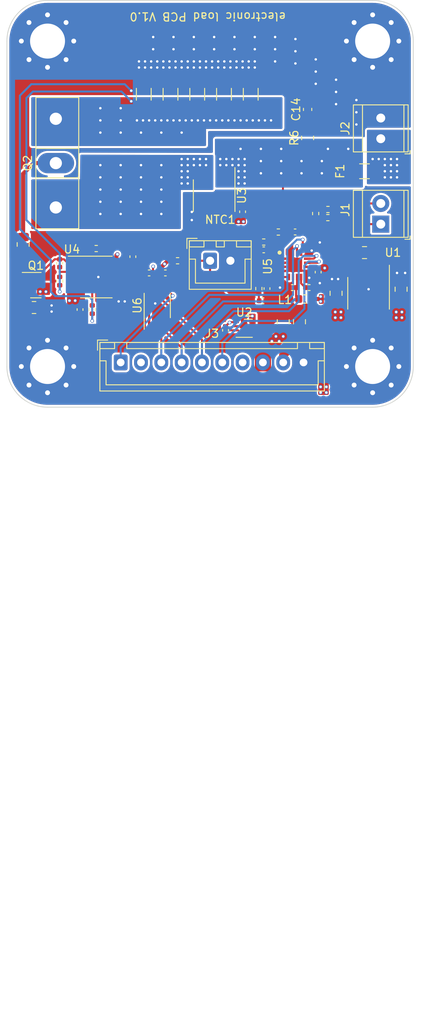
<source format=kicad_pcb>
(kicad_pcb (version 20221018) (generator pcbnew)
  (layers (0 "F.Cu" signal) (1 "In1.Cu" signal) (2 "In2.Cu" signal) (31 "B.Cu" signal) (34 "B.Paste" user) (35 "F.Paste" user) (36 "B.SilkS" user "B.Silkscreen") (37 "F.SilkS" user "F.Silkscreen") (38 "B.Mask" user) (39 "F.Mask" user) (44 "Edge.Cuts" user))
  (net 0 "")
  (net 1 "GND")
  (net 2 "+10V")
  (net 3 "-10V")
  (net 4 "VREF")
  (net 5 "Net-(U1-CAP-)")
  (net 6 "Net-(U1-CAP+)")
  (net 7 "+3V3")
  (net 8 "Net-(U4A--)")
  (net 9 "Net-(Q1-B)")
  (net 10 "Net-(NTC1-Pin_1)")
  (net 11 "NTC")
  (net 12 "INT_V+")
  (net 13 "Net-(J2-Pin_1)")
  (net 14 "ADC1")
  (net 15 "ADC_CS")
  (net 16 "SPI_CLK")
  (net 17 "SPI_COPI")
  (net 18 "SPI_CIPO")
  (net 19 "DAC_CS")
  (net 20 "EXT_V+")
  (net 21 "EXT_V-")
  (net 22 "Net-(Q1-E)")
  (net 23 "Net-(Q2-D)")
  (net 24 "Net-(Q2-G)")
  (net 25 "Net-(Q2-S)")
  (net 26 "Net-(U4A-+)")
  (net 32 "Net-(C14-Pad1)")
  (net 33 "Net-(U6-RFB)")
  (net 34 "Net-(U4B--)")
  (net 35 "Net-(U5-AIN2{slash}GPIO2)")
  (net 36 "Net-(U5-AIN3{slash}GPIO3)")
  (net 37 "Net-(U5-AIN4{slash}GPIO4)")
  (net 38 "Net-(U5-DECAP)")
  (net 39 "Net-(U5-AVDD)")
  (footprint "Capacitor_SMD:C_0402_1005Metric" (layer "F.Cu") (at 164.5 138.5)
    (fp_text reference "C16" hide)
    (fp_text value "100n")
  )
  (footprint "Resistor_SMD:R_0402_1005Metric" (layer "F.Cu") (at 184.5 130.7)
    (fp_text reference "R3" hide)
    (fp_text value "R_Small")
  )
  (footprint "Capacitor_SMD:C_0805_2012Metric" (layer "F.Cu") (at 193.5 140.5 -90)
    (fp_text reference "C2" hide)
    (fp_text value "10u")
  )
  (footprint "Resistor_SMD:R_0402_1005Metric" (layer "F.Cu") (at 178.4 133.47)
    (fp_text reference "R4" hide)
    (fp_text value "R_Small")
  )
  (footprint "Resistor_SMD:R_0402_1005Metric" (layer "F.Cu") (at 151.5 139.5 -90)
    (fp_text reference "R10" hide)
    (fp_text value "1k")
  )
  (footprint "Capacitor_SMD:C_0805_2012Metric" (layer "F.Cu") (at 181 144.5 -90)
    (fp_text reference "C18" hide)
    (fp_text value "22u")
  )
  (footprint "MountingHole:MountingHole_4.3mm_M4_Pad_Via" (layer "F.Cu") (at 150 150)
    (fp_text reference "H3" hide)
    (fp_text value "M4")
  )
  (footprint "Resistor_SMD:R_0402_1005Metric" (layer "F.Cu") (at 176 140.42 90)
    (fp_text reference "R13" hide)
    (fp_text value "R_Small")
  )
  (footprint "Package_SO:SOIC-8_3.9x4.9mm_P1.27mm" (layer "F.Cu") (at 189.5 141 -90)
    (fp_text reference "U1")
    (fp_text value "LMC7660")
  )
  (footprint "Resistor_SMD:R_0805_2012Metric" (layer "F.Cu") (at 148.3375 142.75)
    (fp_text reference "R11" hide)
    (fp_text value "100R")
  )
  (footprint "Resistor_SMD:R_1206_3216Metric" (layer "F.Cu") (at 171.71 116.5375 90)
    (fp_text reference "Rs4" hide)
    (fp_text value "50m")
  )
  (footprint "Capacitor_SMD:C_0402_1005Metric" (layer "F.Cu") (at 183.3 138.4 -90)
    (fp_text reference "C6" hide)
    (fp_text value "1u")
  )
  (footprint "Capacitor_SMD:C_0402_1005Metric" (layer "F.Cu") (at 180.1 140.3 180)
    (fp_text reference "C11" hide)
    (fp_text value "1u")
  )
  (footprint "Capacitor_SMD:C_0805_2012Metric" (layer "F.Cu") (at 185.5 141 -90)
    (fp_text reference "C3" hide)
    (fp_text value "10u")
  )
  (footprint "Resistor_SMD:R_1206_3216Metric" (layer "F.Cu") (at 175 116.5375 90)
    (fp_text reference "Rs5" hide)
    (fp_text value "50m")
  )
  (footprint "Fuse:Fuse_1206_3216Metric" (layer "F.Cu") (at 189 126)
    (fp_text reference "F1")
    (fp_text value "25A")
  )
  (footprint "Connector_JST:JST_XH_B2B-XH-A_1x02_P2.50mm_Vertical" (layer "F.Cu") (at 170 137)
    (fp_text reference "NTC1")
    (fp_text value "Conn_01x02_Socket")
  )
  (footprint "Package_TO_SOT_SMD:SOT-23" (layer "F.Cu") (at 148.5625 140)
    (fp_text reference "Q1")
    (fp_text value "PMBT2222A")
  )
  (footprint "TLA2518:QFN50P300X300X80-17N-D" (layer "F.Cu") (at 180.45 137.5)
    (fp_text reference "U5")
    (fp_text value "TLA2518IRTER" hide)
  )
  (footprint "Inductor_SMD:L_0603_1608Metric" (layer "F.Cu") (at 181.7 141.7 180)
    (fp_text reference "L1")
    (fp_text value "1u")
  )
  (footprint "Connector_JST:JST_XH_B10B-XH-A_1x10_P2.50mm_Vertical" (layer "F.Cu") (at 159 149.5)
    (fp_text reference "J3")
    (fp_text value "~")
  )
  (footprint "TerminalBlock_TE-Connectivity:TerminalBlock_TE_282834-2_1x02_P2.54mm_Horizontal" (layer "F.Cu") (at 191 122 90)
    (fp_text reference "J2")
    (fp_text value "Screw_Terminal_01x02")
  )
  (footprint "Resistor_SMD:R_0402_1005Metric" (layer "F.Cu") (at 184.49 131.7)
    (fp_text reference "R1" hide)
    (fp_text value "R_Small")
  )
  (footprint "Capacitor_SMD:C_0402_1005Metric" (layer "F.Cu") (at 154 143 -90)
    (fp_text reference "C9" hide)
    (fp_text value "100n")
  )
  (footprint "Capacitor_SMD:C_0402_1005Metric" (layer "F.Cu") (at 171.9 145.55 90)
    (fp_text reference "C1" hide)
    (fp_text value "100n")
  )
  (footprint "Resistor_SMD:R_0402_1005Metric" (layer "F.Cu") (at 166 137)
    (fp_text reference "R12" hide)
    (fp_text value "1k")
  )
  (footprint "Capacitor_SMD:C_0402_1005Metric" (layer "F.Cu") (at 176.6 135.66 180)
    (fp_text reference "C7" hide)
    (fp_text value "C_Small")
  )
  (footprint "Package_SO:SOIC-8_3.9x4.9mm_P1.27mm" (layer "F.Cu") (at 170.5 129 -90)
    (fp_text reference "U3")
    (fp_text value "ACS711xLCTR-25AB")
  )
  (footprint "Capacitor_SMD:C_0402_1005Metric" (layer "F.Cu") (at 182.2 140.3)
    (fp_text reference "C10" hide)
    (fp_text value "1u")
  )
  (footprint "Capacitor_SMD:C_0402_1005Metric" (layer "F.Cu") (at 160.5 136.5 -90)
    (fp_text reference "C8" hide)
    (fp_text value "100n")
  )
  (footprint "Resistor_SMD:R_1206_3216Metric" (layer "F.Cu") (at 168.42 116.5375 90)
    (fp_text reference "Rs3" hide)
    (fp_text value "50m")
  )
  (footprint "Resistor_SMD:R_1206_3216Metric" (layer "F.Cu") (at 161.84 116.5375 90)
    (fp_text reference "Rs1" hide)
    (fp_text value "50m")
  )
  (footprint "MountingHole:MountingHole_4.3mm_M4_Pad_Via" (layer "F.Cu") (at 190 110)
    (fp_text reference "H2" hide)
    (fp_text value "M4")
  )
  (footprint "Capacitor_SMD:C_0805_2012Metric" (layer "F.Cu") (at 189 136)
    (fp_text reference "C4" hide)
    (fp_text value "10u")
  )
  (footprint "Package_TO_SOT_THT:TO-247-3_Vertical" (layer "F.Cu") (at 151.02 130.45 90)
    (fp_text reference "Q2")
    (fp_text value "IXTH64N10L2")
  )
  (footprint "Resistor_SMD:R_0805_2012Metric" (layer "F.Cu") (at 147 135 90)
    (fp_text reference "R9" hide)
    (fp_text value "0R")
  )
  (footprint "Package_DFN_QFN:WDFN-8-1EP_2x2mm_P0.5mm_EP0.8x1.2mm" (layer "F.Cu") (at 174.2 145.3)
    (fp_text reference "U2")
    (fp_text value "MCP1501-25xRW")
  )
  (footprint "Package_SO:VSSOP-10_3x3mm_P0.5mm" (layer "F.Cu") (at 163.5 142.5 90)
    (fp_text reference "U6")
    (fp_text value "DAC7811IDGST")
  )
  (footprint "Capacitor_SMD:C_0603_1608Metric" (layer "F.Cu") (at 182 118.4 90)
    (fp_text reference "C14")
    (fp_text value "2.2u")
  )
  (footprint "Capacitor_SMD:C_0402_1005Metric" (layer "F.Cu") (at 177 140.42 -90)
    (fp_text reference "C20" hide)
    (fp_text value "C_Small")
  )
  (footprint "MountingHole:MountingHole_4.3mm_M4_Pad_Via" (layer "F.Cu") (at 150 110)
    (fp_text reference "H1" hide)
    (fp_text value "M4")
  )
  (footprint "Resistor_SMD:R_0402_1005Metric" (layer "F.Cu") (at 155.5 143 90)
    (fp_text reference "R7" hide)
    (fp_text value "1k")
  )
  (footprint "Capacitor_SMD:C_0805_2012Metric" (layer "F.Cu") (at 179 144.5 -90)
    (fp_text reference "C17" hide)
    (fp_text value "22u")
  )
  (footprint "Capacitor_SMD:C_0402_1005Metric" (layer "F.Cu") (at 162.5 138.5 180)
    (fp_text reference "C15" hide)
    (fp_text value "1n")
  )
  (footprint "Resistor_SMD:R_0402_1005Metric" (layer "F.Cu") (at 155.99 135.5 180)
    (fp_text reference "R8" hide)
    (fp_text value "10k")
  )
  (footprint "Resistor_SMD:R_0402_1005Metric" (layer "F.Cu") (at 176.6 134.7)
    (fp_text reference "R5" hide)
    (fp_text value "R_Small")
  )
  (footprint "Capacitor_SMD:C_0402_1005Metric" (layer "F.Cu") (at 174 130.98 90)
    (fp_text reference "C12" hide)
    (fp_text value "100n")
  )
  (footprint "Capacitor_SMD:C_0402_1005Metric" (layer "F.Cu") (at 176.52 141.92)
    (fp_text reference "C19" hide)
    (fp_text value "C_Small")
  )
  (footprint "MountingHole:MountingHole_4.3mm_M4_Pad_Via" (layer "F.Cu") (at 190 150)
    (fp_text reference "H4" hide)
    (fp_text value "M4")
  )
  (footprint "TerminalBlock_TE-Connectivity:TerminalBlock_TE_282834-2_1x02_P2.54mm_Horizontal" (layer "F.Cu") (at 191 132.5 90)
    (fp_text reference "J1")
    (fp_text value "Screw_Terminal_01x02")
  )
  (footprint "Resistor_SMD:R_0402_1005Metric" (layer "F.Cu") (at 182.99 131.2 90)
    (fp_text reference "R2" hide)
    (fp_text value "R_Small")
  )
  (footprint "Resistor_SMD:R_0805_2012Metric" (layer "F.Cu") (at 182 121.9 90)
    (fp_text reference "R6")
    (fp_text value "2R")
  )
  (footprint "Capacitor_SMD:C_0402_1005Metric" (layer "F.Cu") (at 180.46 133.46 180)
    (fp_text reference "C5" hide)
    (fp_text value "C_Small")
  )
  (footprint "Capacitor_SMD:C_0402_1005Metric" (layer "F.Cu") (at 151.5 137.3 90)
    (fp_text reference "C13" hide)
    (fp_text value "100p")
  )
  (footprint "Resistor_SMD:R_1206_3216Metric" (layer "F.Cu") (at 165.13 116.5375 90)
    (fp_text reference "Rs2" hide)
    (fp_text value "50m")
  )
  (footprint "Package_SO:SOIC-8_3.9x4.9mm_P1.27mm" (layer "F.Cu") (at 156 139)
    (fp_text reference "U4")
    (fp_text value "OPA2727")
  )
  (gr_arc (start 150 155) (mid 146.464466 153.535534) (end 145 150) (stroke (width 0.1)) (layer "Edge.Cuts"))
  (gr_line (start 150 105) (end 190 105) (stroke (width 0.1)) (layer "Edge.Cuts"))
  (gr_arc (start 145 110) (mid 146.464466 106.464466) (end 150 105) (stroke (width 0.1)) (layer "Edge.Cuts"))
  (gr_arc (start 190 105) (mid 193.535534 106.464466) (end 195 110) (stroke (width 0.1)) (layer "Edge.Cuts"))
  (gr_line (start 190 155) (end 150 155) (stroke (width 0.1)) (layer "Edge.Cuts"))
  (gr_line (start 195 150) (end 195 110) (stroke (width 0.1)) (layer "Edge.Cuts"))
  (gr_line (start 145 110) (end 145 150) (stroke (width 0.1)) (layer "Edge.Cuts"))
  (gr_arc (start 195 150) (mid 193.535534 153.535534) (end 190 155) (stroke (width 0.1)) (layer "Edge.Cuts"))
  (gr_text "electronic load PCB V1.0" (at 179.4 106.4 180) (layer "F.SilkS") (effects (font (size 1 1)) (justify left bottom)))
  (segment (start 173.2 145.05) (end 173.95 145.05) (width 0.25) (layer "F.Cu") (net 1))
  (segment (start 155.5 144.4) (end 155.5 143.51) (width 0.25) (layer "F.Cu") (net 1))
  (segment (start 173.95 145.05) (end 174.2 145.3) (width 0.25) (layer "F.Cu") (net 1))
  (segment (start 175.2 145.55) (end 174.45 145.55) (width 0.25) (layer "F.Cu") (net 1))
  (segment (start 174.45 145.55) (end 174.2 145.3) (width 0.25) (layer "F.Cu") (net 1))
  (via (at 180.5 111.25) (size 0.45) (drill 0.3) (layers "F.Cu" "B.Cu") (net 1))
  (via (at 185.5 114.75) (size 0.45) (drill 0.3) (layers "F.Cu" "B.Cu") (net 1))
  (via (at 168.75 112.5) (size 0.45) (drill 0.3) (layers "F.Cu" "B.Cu") (net 1))
  (via (at 174 112.5) (size 0.45) (drill 0.3) (layers "F.Cu" "B.Cu") (net 1))
  (via (at 185.5 117.75) (size 0.45) (drill 0.3) (layers "F.Cu" "B.Cu") (net 1))
  (via (at 174.75 112.5) (size 0.45) (drill 0.3) (layers "F.Cu" "B.Cu") (net 1))
  (via (at 188 117.25) (size 0.45) (drill 0.3) (layers "F.Cu" "B.Cu") (net 1))
  (via (at 170.5 111) (size 0.45) (drill 0.3) (layers "F.Cu" "B.Cu") (net 1))
  (via (at 160.3 116.1) (size 0.45) (drill 0.3) (layers "F.Cu" "B.Cu") (net 1))
  (via (at 185.5 116.25) (size 0.45) (drill 0.3) (layers "F.Cu" "B.Cu") (net 1))
  (via (at 155.5 144.4) (size 0.45) (drill 0.3) (layers "F.Cu" "B.Cu") (net 1))
  (via (at 161.25 112.5) (size 0.45) (drill 0.3) (layers "F.Cu" "B.Cu") (net 1))
  (via (at 173.25 113.25) (size 0.45) (drill 0.3) (layers "F.Cu" "B.Cu") (net 1))
  (via (at 178 111) (size 0.45) (drill 0.3) (layers "F.Cu" "B.Cu") (net 1))
  (via (at 167.25 112.5) (size 0.45) (drill 0.3) (layers "F.Cu" "B.Cu") (net 1))
  (via (at 172.5 112.5) (size 0.45) (drill 0.3) (layers "F.Cu" "B.Cu") (net 1))
  (via (at 182.2 139.1) (size 0.45) (drill 0.3) (layers "F.Cu" "B.Cu") (net 1))
  (via (at 193 138.5) (size 0.45) (drill 0.3) (layers "F.Cu" "B.Cu") (net 1))
  (via (at 175.5 112.5) (size 0.45) (drill 0.3) (layers "F.Cu" "B.Cu") (net 1))
  (via (at 183.5 134.75) (size 0.45) (drill 0.3) (layers "F.Cu" "B.Cu") (net 1))
  (via (at 161.25 113.25) (size 0.45) (drill 0.3) (layers "F.Cu" "B.Cu") (net 1))
  (via (at 171.75 112.5) (size 0.45) (drill 0.3) (layers "F.Cu" "B.Cu") (net 1))
  (via (at 178 109.5) (size 0.45) (drill 0.3) (layers "F.Cu" "B.Cu") (net 1))
  (via (at 168 109.5) (size 0.45) (drill 0.3) (layers "F.Cu" "B.Cu") (net 1))
  (via (at 165.5 111) (size 0.45) (drill 0.3) (layers "F.Cu" "B.Cu") (net 1))
  (via (at 185.75 139.25) (size 0.45) (drill 0.3) (layers "F.Cu" "B.Cu") (net 1))
  (via (at 180.5 109.75) (size 0.45) (drill 0.3) (layers "F.Cu" "B.Cu") (net 1))
  (via (at 159.5 142) (size 0.45) (drill 0.3) (layers "F.Cu" "B.Cu") (net 1))
  (via (at 188 118.75) (size 0.45) (drill 0.3) (layers "F.Cu" "B.Cu") (net 1))
  (via (at 182.5 135.75) (size 0.45) (drill 0.3) (layers "F.Cu" "B.Cu") (net 1))
  (via (at 180.5 112.75) (size 0.45) (drill 0.3) (layers "F.Cu" "B.Cu") (net 1))
  (via (at 162 112.5) (size 0.45) (drill 0.3) (layers "F.Cu" "B.Cu") (net 1))
  (via (at 183 112.25) (size 0.45) (drill 0.3) (layers "F.Cu" "B.Cu") (net 1))
  (via (at 165.5 109.5) (size 0.45) (drill 0.3) (layers "F.Cu" "B.Cu") (net 1))
  (via (at 167.75 132) (size 0.45) (drill 0.3) (layers "F.Cu" "B.Cu") (net 1))
  (via (at 166.5 113.25) (size 0.45) (drill 0.3) (layers "F.Cu" "B.Cu") (net 1))
  (via (at 163.5 112.5) (size 0.45) (drill 0.3) (layers "F.Cu" "B.Cu") (net 1))
  (via (at 172.5 113.25) (size 0.45) (drill 0.3) (layers "F.Cu" "B.Cu") (net 1))
  (via (at 189.5 140.5) (size 0.45) (drill 0.3) (layers "F.Cu" "B.Cu") (net 1))
  (via (at 171 112.5) (size 0.45) (drill 0.3) (layers "F.Cu" "B.Cu") (net 1))
  (via (at 173 109.5) (size 0.45) (drill 0.3) (layers "F.Cu" "B.Cu") (net 1))
  (via (at 150.5 143.25) (size 0.45) (drill 0.3) (layers "F.Cu" "B.Cu") (net 1))
  (via (at 168 113.25) (size 0.45) (drill 0.3) (layers "F.Cu" "B.Cu") (net 1))
  (via (at 169.5 112.5) (size 0.45) (drill 0.3) (layers "F.Cu" "B.Cu") (net 1))
  (via (at 175.5 109.5) (size 0.45) (drill 0.3) (layers "F.Cu" "B.Cu") (net 1))
  (via (at 188 120.25) (size 0.45) (drill 0.3) (layers "F.Cu" "B.Cu") (net 1))
  (via (at 168 111) (size 0.45) (drill 0.3) (layers "F.Cu" "B.Cu") (net 1))
  (via (at 167.75 131) (size 0.45) (drill 0.3) (layers "F.Cu" "B.Cu") (net 1))
  (via (at 165 112.5) (size 0.45) (drill 0.3) (layers "F.Cu" "B.Cu") (net 1))
  (via (at 162.75 113.25) (size 0.45) (drill 0.3) (layers "F.Cu" "B.Cu") (net 1))
  (via (at 163 111) (size 0.45) (drill 0.3) (layers "F.Cu" "B.Cu") (net 1))
  (via (at 171.75 113.25) (size 0.45) (drill 0.3) (layers "F.Cu" "B.Cu") (net 1))
  (via (at 150.5 142.5) (size 0.45) (drill 0.3) (layers "F.Cu" "B.Cu") (net 1))
  (via (at 183 115.25) (size 0.45) (drill 0.3) (layers "F.Cu" "B.Cu") (net 1))
  (via (at 162 113.25) (size 0.45) (drill 0.3) (layers "F.Cu" "B.Cu") (net 1))
  (via (at 175.5 113.25) (size 0.45) (drill 0.3) (layers "F.Cu" "B.Cu") (net 1))
  (via (at 173 111) (size 0.45) (drill 0.3) (layers "F.Cu" "B.Cu") (net 1))
  (via (at 185 139.25) (size 0.45) (drill 0.3) (layers "F.Cu" "B.Cu") (net 1))
  (via (at 164.25 112.5) (size 0.45) (drill 0.3) (layers "F.Cu" "B.Cu") (net 1))
  (via (at 170.25 112.5) (size 0.45) (drill 0.3) (layers "F.Cu" "B.Cu") (net 1))
  (via (at 178 112.5) (size 0.45) (drill 0.3) (layers "F.Cu" "B.Cu") (net 1))
  (via (at 162.75 112.5) (size 0.45) (drill 0.3) (layers "F.Cu" "B.Cu") (net 1))
  (via (at 163.5 113.25) (size 0.45) (drill 0.3) (layers "F.Cu" "B.Cu") (net 1))
  (via (at 173.25 112.5) (size 0.45) (drill 0.3) (layers "F.Cu" "B.Cu") (net 1))
  (via (at 170.25 113.25) (size 0.45) (drill 0.3) (layers "F.Cu" "B.Cu") (net 1))
  (via (at 163 109.5) (size 0.45) (drill 0.3) (layers "F.Cu" "B.Cu") (net 1))
  (via (at 166.5 112.5) (size 0.45) (drill 0.3) (layers "F.Cu" "B.Cu") (net 1))
  (via (at 158.75 142) (size 0.45) (drill 0.3) (layers "F.Cu" "B.Cu") (net 1))
  (via (at 165.75 112.5) (size 0.45) (drill 0.3) (layers "F.Cu" "B.Cu") (net 1))
  (via (at 174 113.25) (size 0.45) (drill 0.3) (layers "F.Cu" "B.Cu") (net 1))
  (via (at 194 138.5) (size 0.45) (drill 0.3) (layers "F.Cu" "B.Cu") (net 1))
  (via (at 183 113.75) (size 0.45) (drill 0.3) (layers "F.Cu" "B.Cu") (net 1))
  (via (at 164.25 113.25) (size 0.45) (drill 0.3) (layers "F.Cu" "B.Cu") (net 1))
  (via (at 163.25 142.25) (size 0.45) (drill 0.3) (layers "F.Cu" "B.Cu") (net 1))
  (via (at 170.5 109.5) (size 0.45) (drill 0.3) (layers "F.Cu" "B.Cu") (net 1))
  (via (at 174.75 113.25) (size 0.45) (drill 0.3) (layers "F.Cu" "B.Cu") (net 1))
  (via (at 175.5 111) (size 0.45) (drill 0.3) (layers "F.Cu" "B.Cu") (net 1))
  (via (at 167.25 113.25) (size 0.45) (drill 0.3) (layers "F.Cu" "B.Cu") (net 1))
  (via (at 178.6 140.3) (size 0.45) (drill 0.3) (layers "F.Cu" "B.Cu") (net 1))
  (via (at 168 112.5) (size 0.45) (drill 0.3) (layers "F.Cu" "B.Cu") (net 1))
  (via (at 165.75 113.25) (size 0.45) (drill 0.3) (layers "F.Cu" "B.Cu") (net 1))
  (via (at 183.5 139.75) (size 0.45) (drill 0.3) (layers "F.Cu" "B.Cu") (net 1))
  (via (at 156.25 139) (size 0.45) (drill 0.3) (layers "F.Cu" "B.Cu") (net 1))
  (via (at 168.75 113.25) (size 0.45) (drill 0.3) (layers "F.Cu" "B.Cu") (net 1))
  (via (at 165 113.25) (size 0.45) (drill 0.3) (layers "F.Cu" "B.Cu") (net 1))
  (via (at 169.5 113.25) (size 0.45) (drill 0.3) (layers "F.Cu" "B.Cu") (net 1))
  (via (at 171 113.25) (size 0.45) (drill 0.3) (layers "F.Cu" "B.Cu") (net 1))
  (segment (start 155.5 141.8) (end 155.5 144.4) (width 0.25) (layer "B.Cu") (net 1))
  (segment (start 159.5 115.3) (end 148 115.3) (width 0.25) (layer "B.Cu") (net 1))
  (segment (start 150.4 136.9) (end 150.4 140.8) (width 0.25) (layer "B.Cu") (net 1))
  (segment (start 150.4 140.8) (end 150.95 141.35) (width 0.25) (layer "B.Cu") (net 1))
  (segment (start 148 115.3) (end 146.6 116.7) (width 0.25) (layer "B.Cu") (net 1))
  (segment (start 150.95 141.35) (end 155.05 141.35) (width 0.25) (layer "B.Cu") (net 1))
  (segment (start 155.05 141.35) (end 155.5 141.8) (width 0.25) (layer "B.Cu") (net 1))
  (segment (start 146.6 133.1) (end 150.4 136.9) (width 0.25) (layer "B.Cu") (net 1))
  (segment (start 160.3 116.1) (end 159.5 115.3) (width 0.25) (layer "B.Cu") (net 1))
  (segment (start 146.6 116.7) (end 146.6 133.1) (width 0.25) (layer "B.Cu") (net 1))
  (segment (start 181 146.6) (end 181 145.45) (width 1) (layer "F.Cu") (net 2))
  (segment (start 158.475 136.325) (end 158.6 136.2) (width 0.5) (layer "F.Cu") (net 2))
  (segment (start 179 148.6) (end 181 146.6) (width 1) (layer "F.Cu") (net 2))
  (segment (start 160.385 137.095) (end 160.5 136.98) (width 0.5) (layer "F.Cu") (net 2))
  (segment (start 158.475 137.095) (end 158.475 136.325) (width 0.5) (layer "F.Cu") (net 2))
  (segment (start 179 149.5) (end 179 148.6) (width 1) (layer "F.Cu") (net 2))
  (segment (start 158.475 137.095) (end 160.385 137.095) (width 0.5) (layer "F.Cu") (net 2))
  (via (at 193.6 144) (size 0.45) (drill 0.3) (layers "F.Cu" "B.Cu") (net 2))
  (via (at 192.9 143.3) (size 0.45) (drill 0.3) (layers "F.Cu" "B.Cu") (net 2))
  (via (at 192.9 144) (size 0.45) (drill 0.3) (layers "F.Cu" "B.Cu") (net 2))
  (via (at 149.1 140.8) (size 0.45) (drill 0.3) (layers "F.Cu" "B.Cu") (net 2))
  (via (at 149.8 140.8) (size 0.45) (drill 0.3) (layers "F.Cu" "B.Cu") (net 2))
  (via (at 158.6 136.2) (size 0.45) (drill 0.3) (layers "F.Cu" "B.Cu") (net 2))
  (via (at 193.6 143.3) (size 0.45) (drill 0.3) (layers "F.Cu" "B.Cu") (net 2))
  (segment (start 186.85 141.95) (end 185.5 141.95) (width 0.5) (layer "F.Cu") (net 3))
  (segment (start 187.595 143.475) (end 187.595 142.695) (width 0.5) (layer "F.Cu") (net 3))
  (segment (start 187.595 142.695) (end 186.85 141.95) (width 0.5) (layer "F.Cu") (net 3))
  (via (at 153.4 141.9) (size 0.45) (drill 0.3) (layers "F.Cu" "B.Cu") (net 3))
  (via (at 184.3 152.5) (size 0.45) (drill 0.3) (layers "F.Cu" "B.Cu") (net 3))
  (via (at 185.4 144) (size 0.45) (drill 0.3) (layers "F.Cu" "B.Cu") (net 3))
  (via (at 186.1 143.3) (size 0.45) (drill 0.3) (layers "F.Cu" "B.Cu") (net 3))
  (via (at 183.6 152.5) (size 0.45) (drill 0.3) (layers "F.Cu" "B.Cu") (net 3))
  (via (at 183.6 153.2) (size 0.45) (drill 0.3) (layers "F.Cu" "B.Cu") (net 3))
  (via (at 152.7 141.9) (size 0.45) (drill 0.3) (layers "F.Cu" "B.Cu") (net 3))
  (via (at 186.1 144) (size 0.45) (drill 0.3) (layers "F.Cu" "B.Cu") (net 3))
  (via (at 185.4 143.3) (size 0.45) (drill 0.3) (layers "F.Cu" "B.Cu") (net 3))
  (via (at 184.3 153.2) (size 0.45) (drill 0.3) (layers "F.Cu" "B.Cu") (net 3))
  (segment (start 163 140.3) (end 163 138.52) (width 0.25) (layer "F.Cu") (net 4))
  (segment (start 162.98 137.72) (end 163 137.7) (width 0.25) (layer "F.Cu") (net 4))
  (segment (start 162.98 138.5) (end 162.98 137.72) (width 0.25) (layer "F.Cu") (net 4))
  (segment (start 163 138.52) (end 162.98 138.5) (width 0.25) (layer "F.Cu") (net 4))
  (via (at 163 137.7) (size 0.45) (drill 0.3) (layers "F.Cu" "B.Cu") (net 4))
  (via (at 175.2 143.8) (size 0.45) (drill 0.3) (layers "F.Cu" "B.Cu") (net 4))
  (segment (start 187.595 138.525) (end 187.595 136.455) (width 0.5) (layer "F.Cu") (net 5))
  (segment (start 187.595 136.455) (end 188.05 136) (width 0.5) (layer "F.Cu") (net 5))
  (segment (start 190.135 136.185) (end 189.95 136) (width 0.5) (layer "F.Cu") (net 6))
  (segment (start 190.135 138.525) (end 190.135 136.185) (width 0.5) (layer "F.Cu") (net 6))
  (segment (start 164.02 137.78) (end 164.02 138.5) (width 0.5) (layer "F.Cu") (net 7))
  (segment (start 171.907609 145.07) (end 171.9 145.07) (width 0.25) (layer "F.Cu") (net 7))
  (segment (start 172.42 131.46) (end 172.405 131.475) (width 0.5) (layer "F.Cu") (net 7))
  (segment (start 163.5 139.02) (end 163.5 140.3) (width 0.25) (layer "F.Cu") (net 7))
  (segment (start 172.37 144.6) (end 171.9 145.07) (width 0.25) (layer "F.Cu") (net 7))
  (segment (start 173.2 145.55) (end 172.387609 145.55) (width 0.25) (layer "F.Cu") (net 7))
  (segment (start 172.4 144.6) (end 172.37 144.6) (width 0.25) (layer "F.Cu") (net 7))
  (segment (start 172.42 144.55) (end 172.4 144.57) (width 0.25) (layer "F.Cu") (net 7))
  (segment (start 164.02 138.5) (end 163.5 139.02) (width 0.25) (layer "F.Cu") (net 7))
  (segment (start 181.95 137.75) (end 183.13 137.75) (width 0.25) (layer "F.Cu") (net 7))
  (segment (start 183.13 137.75) (end 183.3 137.92) (width 0.25) (layer "F.Cu") (net 7))
  (segment (start 164.4 137.4) (end 164.02 137.78) (width 0.5) (layer "F.Cu") (net 7))
  (segment (start 173.2 144.55) (end 172.42 144.55) (width 0.25) (layer "F.Cu") (net 7))
  (segment (start 172.4 144.57) (end 172.4 144.6) (width 0.25) (layer "F.Cu") (net 7))
  (segment (start 172.387609 145.55) (end 171.907609 145.07) (width 0.25) (layer "F.Cu") (net 7))
  (segment (start 164.8 137) (end 164.4 137.4) (width 0.5) (layer "F.Cu") (net 7))
  (segment (start 165.49 137) (end 164.8 137) (width 0.5) (layer "F.Cu") (net 7))
  (via (at 172.4 144.6) (size 0.45) (drill 0.3) (layers "F.Cu" "B.Cu") (net 7))
  (via (at 177.6 146.9) (size 0.45) (drill 0.3) (layers "F.Cu" "B.Cu") (net 7))
  (via (at 173.5 132.2) (size 0.45) (drill 0.3) (layers "F.Cu" "B.Cu") (net 7))
  (via (at 174.1 132.2) (size 0.45) (drill 0.3) (layers "F.Cu" "B.Cu") (net 7))
  (via (at 184.1 137.9) (size 0.45) (drill 0.3) (layers "F.Cu" "B.Cu") (net 7))
  (via (at 164.4 137.4) (size 0.45) (drill 0.3) (layers "F.Cu" "B.Cu") (net 7))
  (via (at 179 146.3) (size 0.45) (drill 0.3) (layers "F.Cu" "B.Cu") (net 7))
  (via (at 183.6 141.4) (size 0.45) (drill 0.3) (layers "F.Cu" "B.Cu") (net 7))
  (via (at 178.5 146.9) (size 0.45) (drill 0.3) (layers "F.Cu" "B.Cu") (net 7))
  (via (at 178.1 146.3) (size 0.45) (drill 0.3) (layers "F.Cu" "B.Cu") (net 7))
  (via (at 183.6 142) (size 0.45) (drill 0.3) (layers "F.Cu" "B.Cu") (net 7))
  (segment (start 151.5 138.99) (end 151.5 138.3) (width 0.25) (layer "F.Cu") (net 8))
  (segment (start 155.48 137.72) (end 154.835 138.365) (width 0.25) (layer "F.Cu") (net 8))
  (segment (start 151.565 138.365) (end 151.5 138.3) (width 0.25) (layer "F.Cu") (net 8))
  (segment (start 151.5 138.3) (end 151.5 137.78) (width 0.25) (layer "F.Cu") (net 8))
  (segment (start 155.48 135.5) (end 155.48 137.72) (width 0.25) (layer "F.Cu") (net 8))
  (segment (start 154.835 138.365) (end 153.525 138.365) (width 0.25) (layer "F.Cu") (net 8))
  (segment (start 153.525 138.365) (end 151.565 138.365) (width 0.25) (layer "F.Cu") (net 8))
  (segment (start 147.625 139.05) (end 148.65 139.05) (width 0.25) (layer "F.Cu") (net 9))
  (segment (start 151.5 136.82) (end 152.02 136.82) (width 0.25) (layer "F.Cu") (net 9))
  (segment (start 152.295 137.095) (end 153.525 137.095) (width 0.25) (layer "F.Cu") (net 9))
  (segment (start 148.65 139.05) (end 150.88 136.82) (width 0.25) (layer "F.Cu") (net 9))
  (segment (start 152.02 136.82) (end 152.295 137.095) (width 0.25) (layer "F.Cu") (net 9))
  (segment (start 150.88 136.82) (end 151.5 136.82) (width 0.25) (layer "F.Cu") (net 9))
  (segment (start 172.33 140.93) (end 176 140.93) (width 0.25) (layer "F.Cu") (net 10))
  (segment (start 170 138.6) (end 172.33 140.93) (width 0.25) (layer "F.Cu") (net 10))
  (segment (start 176 140.95) (end 176.04 140.99) (width 0.25) (layer "F.Cu") (net 10))
  (segment (start 176 140.93) (end 176 141.88) (width 0.25) (layer "F.Cu") (net 10))
  (segment (start 166.51 137) (end 170 137) (width 0.25) (layer "F.Cu") (net 10))
  (segment (start 170 137) (end 170 138.6) (width 0.25) (layer "F.Cu") (net 10))
  (segment (start 177.79 139.91) (end 178.7 139) (width 0.25) (layer "F.Cu") (net 11))
  (segment (start 176 139.91) (end 177.79 139.91) (width 0.25) (layer "F.Cu") (net 11))
  (segment (start 179.7 139) (end 178.7 139) (width 0.25) (layer "F.Cu") (net 11))
  (segment (start 178.96 133.45) (end 178.96 127.64) (width 0.25) (layer "F.Cu") (net 12))
  (via (at 176.25 126.25) (size 0.45) (drill 0.3) (layers "F.Cu" "B.Cu") (net 12))
  (via (at 174.25 124.5) (size 0.45) (drill 0.3) (layers "F.Cu" "B.Cu") (net 12))
  (via (at 172.75 125.25) (size 0.45) (drill 0.3) (layers "F.Cu" "B.Cu") (net 12))
  (via (at 176.25 123.25) (size 0.45) (drill 0.3) (layers "F.Cu" "B.Cu") (net 12))
  (via (at 171.25 125.25) (size 0.45) (drill 0.3) (layers "F.Cu" "B.Cu") (net 12))
  (via (at 172 125.25) (size 0.45) (drill 0.3) (layers "F.Cu" "B.Cu") (net 12))
  (via (at 184.5 123.25) (size 0.45) (drill 0.3) (layers "F.Cu" "B.Cu") (net 12))
  (via (at 174.25 127.5) (size 0.45) (drill 0.3) (layers "F.Cu" "B.Cu") (net 12))
  (via (at 173.5 125.25) (size 0.45) (drill 0.3) (layers "F.Cu" "B.Cu") (net 12))
  (via (at 172.75 124.5) (size 0.45) (drill 0.3) (layers "F.Cu" "B.Cu") (net 12))
  (via (at 173.5 124.5) (size 0.45) (drill 0.3) (layers "F.Cu" "B.Cu") (net 12))
  (via (at 174.25 126) (size 0.45) (drill 0.3) (layers "F.Cu" "B.Cu") (net 12))
  (via (at 171.25 124.5) (size 0.45) (drill 0.3) (layers "F.Cu" "B.Cu") (net 12))
  (via (at 183.75 126.25) (size 0.45) (drill 0.3) (layers "F.Cu" "B.Cu") (net 12))
  (via (at 173.75 123.25) (size 0.45) (drill 0.3) (layers "F.Cu" "B.Cu") (net 12))
  (via (at 181.25 126.25) (size 0.45) (drill 0.3) (layers "F.Cu" "B.Cu") (net 12))
  (via (at 187 123.25) (size 0.45) (drill 0.3) (layers "F.Cu" "B.Cu") (net 12))
  (via (at 172 124.5) (size 0.45) (drill 0.3) (layers "F.Cu" "B.Cu") (net 12))
  (via (at 174.25 126.75) (size 0.45) (drill 0.3) (layers "F.Cu" "B.Cu") (net 12))
  (via (at 176.25 124.75) (size 0.45) (drill 0.3) (layers "F.Cu" "B.Cu") (net 12))
  (via (at 174.25 125.25) (size 0.45) (drill 0.3) (layers "F.Cu" "B.Cu") (net 12))
  (via (at 183.75 124.75) (size 0.45) (drill 0.3) (layers "F.Cu" "B.Cu") (net 12))
  (via (at 173.5 127.5) (size 0.45) (drill 0.3) (layers "F.Cu" "B.Cu") (net 12))
  (via (at 178.75 124.75) (size 0.45) (drill 0.3) (layers "F.Cu" "B.Cu") (net 12))
  (via (at 178.75 123.25) (size 0.45) (drill 0.3) (layers "F.Cu" "B.Cu") (net 12))
  (via (at 178.75 126.25) (size 0.45) (drill 0.3) (layers "F.Cu" "B.Cu") (net 12))
  (via (at 173.5 126.75) (size 0.45) (drill 0.3) (layers "F.Cu" "B.Cu") (net 12))
  (via (at 173.5 126) (size 0.45) (drill 0.3) (layers "F.Cu" "B.Cu") (net 12))
  (via (at 181.25 124.75) (size 0.45) (drill 0.3) (layers "F.Cu" "B.Cu") (net 12))
  (via (at 191.5 125.25) (size 0.45) (drill 0.3) (layers "F.Cu" "B.Cu") (net 13))
  (via (at 191.5 124.5) (size 0.45) (drill 0.3) (layers "F.Cu" "B.Cu") (net 13))
  (via (at 193 126.75) (size 0.45) (drill 0.3) (layers "F.Cu" "B.Cu") (net 13))
  (via (at 192.25 125.25) (size 0.45) (drill 0.3) (layers "F.Cu" "B.Cu") (net 13))
  (via (at 193 124.5) (size 0.45) (drill 0.3) (layers "F.Cu" "B.Cu") (net 13))
  (via (at 191.5 126) (size 0.45) (drill 0.3) (layers "F.Cu" "B.Cu") (net 13))
  (via (at 190 124.5) (size 0.45) (drill 0.3) (layers "F.Cu" "B.Cu") (net 13))
  (via (at 193 126) (size 0.45) (drill 0.3) (layers "F.Cu" "B.Cu") (net 13))
  (via (at 190.75 124.5) (size 0.45) (drill 0.3) (layers "F.Cu" "B.Cu") (net 13))
  (via (at 192.25 126.75) (size 0.45) (drill 0.3) (layers "F.Cu" "B.Cu") (net 13))
  (via (at 193 125.25) (size 0.45) (drill 0.3) (layers "F.Cu" "B.Cu") (net 13))
  (via (at 192.25 126) (size 0.45) (drill 0.3) (layers "F.Cu" "B.Cu") (net 13))
  (via (at 192.25 124.5) (size 0.45) (drill 0.3) (layers "F.Cu" "B.Cu") (net 13))
  (via (at 191.5 126.75) (size 0.45) (drill 0.3) (layers "F.Cu" "B.Cu") (net 13))
  (segment (start 176.85 138.25) (end 175.7 137.1) (width 0.25) (layer "F.Cu") (net 14))
  (segment (start 178.95 138.25) (end 176.85 138.25) (width 0.25) (layer "F.Cu") (net 14))
  (segment (start 171.135 132.535) (end 171.135 131.475) (width 0.2) (layer "F.Cu") (net 14))
  (segment (start 175.7 137.1) (end 171.135 132.535) (width 0.2) (layer "F.Cu") (net 14))
  (segment (start 181.95 137.25) (end 183.25 137.25) (width 0.25) (layer "F.Cu") (net 15))
  (segment (start 183.25 137.25) (end 183.4 137.1) (width 0.25) (layer "F.Cu") (net 15))
  (via (at 183.4 137.1) (size 0.45) (drill 0.3) (layers "F.Cu" "B.Cu") (net 15))
  (segment (start 182.1 137.1) (end 183.4 137.1) (width 0.25) (layer "B.Cu") (net 15))
  (segment (start 181.6 137.6) (end 182.1 137.1) (width 0.25) (layer "B.Cu") (net 15))
  (segment (start 181.6 142.9) (end 181.6 137.6) (width 0.25) (layer "B.Cu") (net 15))
  (segment (start 171.5 147.1) (end 174.2 144.4) (width 0.25) (layer "B.Cu") (net 15))
  (segment (start 174.2 144.4) (end 180.1 144.4) (width 0.25) (layer "B.Cu") (net 15))
  (segment (start 180.1 144.4) (end 181.6 142.9) (width 0.25) (layer "B.Cu") (net 15))
  (segment (start 171.5 149.5) (end 171.5 147.1) (width 0.25) (layer "B.Cu") (net 15))
  (segment (start 181.2 136) (end 181.4 135.8) (width 0.25) (layer "F.Cu") (net 16))
  (segment (start 164 149.5) (end 164 144.7) (width 0.25) (layer "F.Cu") (net 16))
  (segment (start 181.4 135.8) (end 181.4 134.4) (width 0.25) (layer "F.Cu") (net 16))
  (via (at 181.4 134.4) (size 0.45) (drill 0.3) (layers "F.Cu" "B.Cu") (net 16))
  (segment (start 169.9 141.2) (end 178.877818 141.2) (width 0.25) (layer "B.Cu") (net 16))
  (segment (start 179.5 140.577818) (end 179.5 135.6) (width 0.25) (layer "B.Cu") (net 16))
  (segment (start 179.5 135.6) (end 180.7 134.4) (width 0.25) (layer "B.Cu") (net 16))
  (segment (start 180.7 134.4) (end 181.4 134.4) (width 0.25) (layer "B.Cu") (net 16))
  (segment (start 178.877818 141.2) (end 179.5 140.577818) (width 0.25) (layer "B.Cu") (net 16))
  (segment (start 164 147.1) (end 169.9 141.2) (width 0.25) (layer "B.Cu") (net 16))
  (segment (start 164 149.5) (end 164 147.1) (width 0.25) (layer "B.Cu") (net 16))
  (segment (start 164.5 144.7) (end 164.5 145.7) (width 0.25) (layer "F.Cu") (net 17))
  (segment (start 166.5 147.7) (end 166.5 149.5) (width 0.25) (layer "F.Cu") (net 17))
  (segment (start 164.5 145.7) (end 166.5 147.7) (width 0.25) (layer "F.Cu") (net 17))
  (segment (start 180.7 136) (end 180.7 135.2) (width 0.25) (layer "F.Cu") (net 17))
  (via (at 180.7 135.2) (size 0.45) (drill 0.3) (layers "F.Cu" "B.Cu") (net 17))
  (segment (start 180.2 141.2) (end 180.2 135.7) (width 0.25) (layer "B.Cu") (net 17))
  (segment (start 179.4 142) (end 180.2 141.2) (width 0.25) (layer "B.Cu") (net 17))
  (segment (start 180.2 135.7) (end 180.7 135.2) (width 0.25) (layer "B.Cu") (net 17))
  (segment (start 166.5 147.1) (end 171.6 142) (width 0.25) (layer "B.Cu") (net 17))
  (segment (start 166.5 149.5) (end 166.5 147.1) (width 0.25) (layer "B.Cu") (net 17))
  (segment (start 171.6 142) (end 179.4 142) (width 0.25) (layer "B.Cu") (net 17))
  (segment (start 169 146.7) (end 164 141.7) (width 0.25) (layer "F.Cu") (net 18))
  (segment (start 169 149.5) (end 169 146.7) (width 0.25) (layer "F.Cu") (net 18))
  (segment (start 164 141.7) (end 164 140.3) (width 0.25) (layer "F.Cu") (net 18))
  (segment (start 181.95 136.75) (end 182.75 136.75) (width 0.25) (layer "F.Cu") (net 18))
  (segment (start 182.75 136.75) (end 183.1 136.4) (width 0.25) (layer "F.Cu") (net 18))
  (via (at 183.1 136.4) (size 0.45) (drill 0.3) (layers "F.Cu" "B.Cu") (net 18))
  (segment (start 172.9 143.2) (end 179.7 143.2) (width 0.25) (layer "B.Cu") (net 18))
  (segment (start 180.9 142) (end 180.9 137) (width 0.25) (layer "B.Cu") (net 18))
  (segment (start 180.9 137) (end 181.5 136.4) (width 0.25) (layer "B.Cu") (net 18))
  (segment (start 179.7 143.2) (end 180.9 142) (width 0.25) (layer "B.Cu") (net 18))
  (segment (start 169 149.5) (end 169 147.1) (width 0.25) (layer "B.Cu") (net 18))
  (segment (start 169 147.1) (end 172.9 143.2) (width 0.25) (layer "B.Cu") (net 18))
  (segment (start 181.5 136.4) (end 183.1 136.4) (width 0.25) (layer "B.Cu") (net 18))
  (segment (start 164.5 140.4) (end 165.4 141.3) (width 0.25) (layer "F.Cu") (net 19))
  (segment (start 164.5 140.3) (end 164.5 140.4) (width 0.25) (layer "F.Cu") (net 19))
  (via (at 165.4 141.3) (size 0.45) (drill 0.3) (layers "F.Cu" "B.Cu") (net 19))
  (segment (start 165.4 141.3) (end 159 147.7) (width 0.25) (layer "B.Cu") (net 19))
  (segment (start 159 147.7) (end 159 149.5) (width 0.25) (layer "B.Cu") (net 19))
  (segment (start 185 131.7) (end 188.5 131.7) (width 0.25) (layer "F.Cu") (net 20))
  (segment (start 188.5 131.7) (end 189.3 132.5) (width 0.25) (layer "F.Cu") (net 20))
  (segment (start 189.3 132.5) (end 191 132.5) (width 0.25) (layer "F.Cu") (net 20))
  (segment (start 189.24 129.96) (end 188.5 130.7) (width 0.25) (layer "F.Cu") (net 21))
  (segment (start 188.5 130.7) (end 185.01 130.7) (width 0.25) (layer "F.Cu") (net 21))
  (segment (start 191 129.96) (end 189.24 129.96) (width 0.25) (layer "F.Cu") (net 21))
  (segment (start 145.9 140.8) (end 145.9 137.0125) (width 0.5) (layer "F.Cu") (net 22))
  (segment (start 145.9 137.0125) (end 147 135.9125) (width 0.5) (layer "F.Cu") (net 22))
  (segment (start 146.7875 142.5875) (end 145.9 141.7) (width 0.5) (layer "F.Cu") (net 22))
  (segment (start 147.5 142.5875) (end 146.7875 142.5875) (width 0.5) (layer "F.Cu") (net 22))
  (segment (start 147.625 140.95) (end 146.05 140.95) (width 0.5) (layer "F.Cu") (net 22))
  (segment (start 146.05 140.95) (end 145.9 140.8) (width 0.5) (layer "F.Cu") (net 22))
  (segment (start 145.9 141.7) (end 145.9 140.8) (width 0.5) (layer "F.Cu") (net 22))
  (via (at 161.5 125.25) (size 0.45) (drill 0.3) (layers "F.Cu" "B.Cu") (net 23))
  (via (at 159 131.25) (size 0.45) (drill 0.3) (layers "F.Cu" "B.Cu") (net 23))
  (via (at 169.5 124.5) (size 0.45) (drill 0.3) (layers "F.Cu" "B.Cu") (net 23))
  (via (at 168.75 125.25) (size 0.45) (drill 0.3) (layers "F.Cu" "B.Cu") (net 23))
  (via (at 156.5 129.75) (size 0.45) (drill 0.3) (layers "F.Cu" "B.Cu") (net 23))
  (via (at 161.5 131.25) (size 0.45) (drill 0.3) (layers "F.Cu" "B.Cu") (net 23))
  (via (at 164 128.25) (size 0.45) (drill 0.3) (layers "F.Cu" "B.Cu") (net 23))
  (via (at 166.5 127.5) (size 0.45) (drill 0.3) (layers "F.Cu" "B.Cu") (net 23))
  (via (at 167.25 125.25) (size 0.45) (drill 0.3) (layers "F.Cu" "B.Cu") (net 23))
  (via (at 167.25 127.5) (size 0.45) (drill 0.3) (layers "F.Cu" "B.Cu") (net 23))
  (via (at 167.25 126) (size 0.45) (drill 0.3) (layers "F.Cu" "B.Cu") (net 23))
  (via (at 166.5 125.25) (size 0.45) (drill 0.3) (layers "F.Cu" "B.Cu") (net 23))
  (via (at 159 125.25) (size 0.45) (drill 0.3) (layers "F.Cu" "B.Cu") (net 23))
  (via (at 164 129.75) (size 0.45) (drill 0.3) (layers "F.Cu" "B.Cu") (net 23))
  (via (at 164 125.25) (size 0.45) (drill 0.3) (layers "F.Cu" "B.Cu") (net 23))
  (via (at 166.5 126.75) (size 0.45) (drill 0.3) (layers "F.Cu" "B.Cu") (net 23))
  (via (at 156.5 126.75) (size 0.45) (drill 0.3) (layers "F.Cu" "B.Cu") (net 23))
  (via (at 156.5 125.25) (size 0.45) (drill 0.3) (layers "F.Cu" "B.Cu") (net 23))
  (via (at 166.5 126) (size 0.45) (drill 0.3) (layers "F.Cu" "B.Cu") (net 23))
  (via (at 167.25 126.75) (size 0.45) (drill 0.3) (layers "F.Cu" "B.Cu") (net 23))
  (via (at 161.5 128.25) (size 0.45) (drill 0.3) (layers "F.Cu" "B.Cu") (net 23))
  (via (at 168 125.25) (size 0.45) (drill 0.3) (layers "F.Cu" "B.Cu") (net 23))
  (via (at 161.5 126.75) (size 0.45) (drill 0.3) (layers "F.Cu" "B.Cu") (net 23))
  (via (at 166.5 124.5) (size 0.45) (drill 0.3) (layers "F.Cu" "B.Cu") (net 23))
  (via (at 156.5 128.25) (size 0.45) (drill 0.3) (layers "F.Cu" "B.Cu") (net 23))
  (via (at 161.5 129.75) (size 0.45) (drill 0.3) (layers "F.Cu" "B.Cu") (net 23))
  (via (at 164 131.25) (size 0.45) (drill 0.3) (layers "F.Cu" "B.Cu") (net 23))
  (via (at 164 126.75) (size 0.45) (drill 0.3) (layers "F.Cu" "B.Cu") (net 23))
  (via (at 159 128.25) (size 0.45) (drill 0.3) (layers "F.Cu" "B.Cu") (net 23))
  (via (at 156.5 131.25) (size 0.45) (drill 0.3) (layers "F.Cu" "B.Cu") (net 23))
  (via (at 159 129.75) (size 0.45) (drill 0.3) (layers "F.Cu" "B.Cu") (net 23))
  (via (at 159 126.75) (size 0.45) (drill 0.3) (layers "F.Cu" "B.Cu") (net 23))
  (via (at 168.75 124.5) (size 0.45) (drill 0.3) (layers "F.Cu" "B.Cu") (net 23))
  (via (at 167.25 124.5) (size 0.45) (drill 0.3) (layers "F.Cu" "B.Cu") (net 23))
  (via (at 169.5 125.25) (size 0.45) (drill 0.3) (layers "F.Cu" "B.Cu") (net 23))
  (via (at 168 124.5) (size 0.45) (drill 0.3) (layers "F.Cu" "B.Cu") (net 23))
  (segment (start 147 134.0875) (end 147 126.3) (width 0.5) (layer "F.Cu") (net 24))
  (segment (start 148.3 125) (end 151.02 125) (width 0.5) (layer "F.Cu") (net 24))
  (segment (start 147 126.3) (end 148.3 125) (width 0.5) (layer "F.Cu") (net 24))
  (segment (start 151.5 140.8) (end 151.5 140.01) (width 0.25) (layer "F.Cu") (net 25))
  (via (at 160.3 117.4) (size 0.45) (drill 0.3) (layers "F.Cu" "B.Cu") (net 25))
  (via (at 169.25 119.75) (size 0.45) (drill 0.3) (layers "F.Cu" "B.Cu") (net 25))
  (via (at 165.5 119.75) (size 0.45) (drill 0.3) (layers "F.Cu" "B.Cu") (net 25))
  (via (at 164 119.75) (size 0.45) (drill 0.3) (layers "F.Cu" "B.Cu") (net 25))
  (via (at 156.5 121.25) (size 0.45) (drill 0.3) (layers "F.Cu" "B.Cu") (net 25))
  (via (at 161 119.75) (size 0.45) (drill 0.3) (layers "F.Cu" "B.Cu") (net 25))
  (via (at 171.5 119.75) (size 0.45) (drill 0.3) (layers "F.Cu" "B.Cu") (net 25))
  (via (at 164.75 119.75) (size 0.45) (drill 0.3) (layers "F.Cu" "B.Cu") (net 25))
  (via (at 161.75 119.75) (size 0.45) (drill 0.3) (layers "F.Cu" "B.Cu") (net 25))
  (via (at 177.5 119.75) (size 0.45) (drill 0.3) (layers "F.Cu" "B.Cu") (net 25))
  (via (at 164 121.25) (size 0.45) (drill 0.3) (layers "F.Cu" "B.Cu") (net 25))
  (via (at 174.5 119.75) (size 0.45) (drill 0.3) (layers "F.Cu" "B.Cu") (net 25))
  (via (at 176.75 119.75) (size 0.45) (drill 0.3) (layers "F.Cu" "B.Cu") (net 25))
  (via (at 161.5 121.25) (size 0.45) (drill 0.3) (layers "F.Cu" "B.Cu") (net 25))
  (via (at 151.5 140.8) (size 0.45) (drill 0.3) (layers "F.Cu" "B.Cu") (net 25))
  (via (at 176 119.75) (size 0.45) (drill 0.3) (layers "F.Cu" "B.Cu") (net 25))
  (via (at 167.75 119.75) (size 0.45) (drill 0.3) (layers "F.Cu" "B.Cu") (net 25))
  (via (at 159 118.25) (size 0.45) (drill 0.3) (layers "F.Cu" "B.Cu") (net 25))
  (via (at 159 121.25) (size 0.45) (drill 0.3) (layers "F.Cu" "B.Cu") (net 25))
  (via (at 175.25 119.75) (size 0.45) (drill 0.3) (layers "F.Cu" "B.Cu") (net 25))
  (via (at 168.5 119.75) (size 0.45) (drill 0.3) (layers "F.Cu" "B.Cu") (net 25))
  (via (at 166.25 119.75) (size 0.45) (drill 0.3) (layers "F.Cu" "B.Cu") (net 25))
  (via (at 167 119.75) (size 0.45) (drill 0.3) (layers "F.Cu" "B.Cu") (net 25))
  (via (at 166.5 121.25) (size 0.45) (drill 0.3) (layers "F.Cu" "B.Cu") (net 25))
  (via (at 162.5 119.75) (size 0.45) (drill 0.3) (layers "F.Cu" "B.Cu") (net 25))
  (via (at 173.75 119.75) (size 0.45) (drill 0.3) (layers "F.Cu" "B.Cu") (net 25))
  (via (at 172.25 119.75) (size 0.45) (drill 0.3) (layers "F.Cu" "B.Cu") (net 25))
  (via (at 170.75 119.75) (size 0.45) (drill 0.3) (layers "F.Cu" "B.Cu") (net 25))
  (via (at 173 119.75) (size 0.45) (drill 0.3) (layers "F.Cu" "B.Cu") (net 25))
  (via (at 156.5 119.75) (size 0.45) (drill 0.3) (layers "F.Cu" "B.Cu") (net 25))
  (via (at 159 119.75) (size 0.45) (drill 0.3) (layers "F.Cu" "B.Cu") (net 25))
  (via (at 156.5 118.25) (size 0.45) (drill 0.3) (layers "F.Cu" "B.Cu") (net 25))
  (via (at 163.25 119.75) (size 0.45) (drill 0.3) (layers "F.Cu" "B.Cu") (net 25))
  (via (at 170 119.75) (size 0.45) (drill 0.3) (layers "F.Cu" "B.Cu") (net 25))
  (segment (start 151.5 136.1) (end 151.5 140.8) (width 0.25) (layer "B.Cu") (net 25))
  (segment (start 147.4 117) (end 147.4 132) (width 0.25) (layer "B.Cu") (net 25))
  (segment (start 160.3 117.4) (end 159.1 116.2) (width 0.25) (layer "B.Cu") (net 25))
  (segment (start 147.4 132) (end 151.5 136.1) (width 0.25) (layer "B.Cu") (net 25))
  (segment (start 148.2 116.2) (end 147.4 117) (width 0.25) (layer "B.Cu") (net 25))
  (segment (start 159.1 116.2) (end 148.2 116.2) (width 0.25) (layer "B.Cu") (net 25))
  (segment (start 155.5 140.4) (end 155.5 142.49) (width 0.25) (layer "F.Cu") (net 26))
  (segment (start 154.735 139.635) (end 155.5 140.4) (width 0.25) (layer "F.Cu") (net 26))
  (segment (start 153.525 139.635) (end 154.735 139.635) (width 0.25) (layer "F.Cu") (net 26))
  (segment (start 182 119.175) (end 182 120.9875) (width 1) (layer "F.Cu") (net 32))
  (segment (start 156.5 137) (end 156.5 135.5) (width 0.25) (layer "F.Cu") (net 33))
  (segment (start 157.865 138.365) (end 156.5 137) (width 0.25) (layer "F.Cu") (net 33))
  (segment (start 158.475 138.365) (end 157.865 138.365) (width 0.25) (layer "F.Cu") (net 33))
  (segment (start 160.565 138.365) (end 158.475 138.365) (width 0.25) (layer "F.Cu") (net 33))
  (segment (start 162.5 140.3) (end 160.565 138.365) (width 0.25) (layer "F.Cu") (net 33))
  (segment (start 162.5 142.3) (end 159.835 139.635) (width 0.25) (layer "F.Cu") (net 34))
  (segment (start 159.835 139.635) (end 158.475 139.635) (width 0.25) (layer "F.Cu") (net 34))
  (segment (start 162.5 144.7) (end 162.5 142.3) (width 0.25) (layer "F.Cu") (net 34))
  (segment (start 180.94 132.56) (end 180.94 133.46) (width 0.25) (layer "F.Cu") (net 35))
  (segment (start 178.95 135.45) (end 178.95 136.75) (width 0.2) (layer "F.Cu") (net 35))
  (segment (start 183.98 131.7) (end 183 131.7) (width 0.25) (layer "F.Cu") (net 35))
  (segment (start 182.99 131.71) (end 181.79 131.71) (width 0.25) (layer "F.Cu") (net 35))
  (segment (start 183 131.7) (end 182.99 131.71) (width 0.25) (layer "F.Cu") (net 35))
  (segment (start 180.94 133.46) (end 178.95 135.45) (width 0.2) (layer "F.Cu") (net 35))
  (segment (start 181.79 131.71) (end 180.94 132.56) (width 0.25) (layer "F.Cu") (net 35))
  (segment (start 178.07 135.33) (end 178.07 137.02) (width 0.2) (layer "F.Cu") (net 36))
  (segment (start 178.07 137.02) (end 178.3 137.25) (width 0.2) (layer "F.Cu") (net 36))
  (segment (start 182.99 130.69) (end 181.41 130.69) (width 0.25) (layer "F.Cu") (net 36))
  (segment (start 181.41 130.69) (end 179.98 132.12) (width 0.25) (layer "F.Cu") (net 36))
  (segment (start 183 130.7) (end 182.99 130.69) (width 0.25) (layer "F.Cu") (net 36))
  (segment (start 179.98 132.12) (end 179.98 133.46) (width 0.25) (layer "F.Cu") (net 36))
  (segment (start 179.98 133.46) (end 179.94 133.46) (width 0.2) (layer "F.Cu") (net 36))
  (segment (start 178.3 137.25) (end 178.95 137.25) (width 0.2) (layer "F.Cu") (net 36))
  (segment (start 183.99 130.7) (end 183 130.7) (width 0.25) (layer "F.Cu") (net 36))
  (segment (start 180.1 133.58) (end 179.98 133.46) (width 0.2) (layer "F.Cu") (net 36))
  (segment (start 179.94 133.46) (end 178.07 135.33) (width 0.2) (layer "F.Cu") (net 36))
  (segment (start 177.08 136.98) (end 177.85 137.75) (width 0.25) (layer "F.Cu") (net 37))
  (segment (start 177.08 133.82) (end 177.08 135.66) (width 0.25) (layer "F.Cu") (net 37))
  (segment (start 177.89 133.47) (end 177.43 133.47) (width 0.25) (layer "F.Cu") (net 37))
  (segment (start 177.43 133.47) (end 177.08 133.82) (width 0.25) (layer "F.Cu") (net 37))
  (segment (start 177.08 135.66) (end 177.08 136.98) (width 0.25) (layer "F.Cu") (net 37))
  (segment (start 177.85 137.75) (end 178.95 137.75) (width 0.25) (layer "F.Cu") (net 37))
  (segment (start 181.2 139.78) (end 181.72 140.3) (width 0.25) (layer "F.Cu") (net 38))
  (segment (start 181.2 139) (end 181.2 139.78) (width 0.25) (layer "F.Cu") (net 38))
  (segment (start 180.58 140.3) (end 180.58 141.3675) (width 0.25) (layer "F.Cu") (net 39))
  (segment (start 180.7 140.18) (end 180.58 140.3) (width 0.25) (layer "F.Cu") (net 39))
  (segment (start 180.7 139) (end 180.7 140.18) (width 0.25) (layer "F.Cu") (net 39))
  (segment (start 180.58 141.3675) (end 180.9125 141.7) (width 0.25) (layer "F.Cu") (net 39))
  (zone (net 4) (net_name "VREF") (layer "F.Cu") (priority 3) (connect_pads yes (clearance 0.25)) (min_thickness 0.25) (fill yes (thermal_gap 0.5) (thermal_bridge_width 0.5))
    (polygon (pts (xy 174.8 145.2) (xy 174.8 143.5) (xy 175.6 143.5) (xy 175.6 145.2)))
  )
  (zone (net 7) (net_name "+3V3") (layer "F.Cu") (priority 1) (connect_pads yes (clearance 0.25)) (min_thickness 0.25) (fill yes (thermal_gap 0.5) (thermal_bridge_width 0.5))
    (polygon (pts (xy 177.5 150.6) (xy 177.5 148.5) (xy 179.8 146.2) (xy 179.8 144.8) (xy 178.1 144.8) (xy 178.1 145.7) (xy 175.5 148.2) (xy 175.5 150.6)))
  )
  (zone (net 3) (net_name "-10V") (layer "F.Cu") (priority 1) (connect_pads yes (clearance 0.25)) (min_thickness 0.25) (fill yes (thermal_gap 0.5) (thermal_bridge_width 0.5))
    (polygon (pts (xy 152.4 140.5) (xy 152.4 142.8) (xy 154.6 142.8) (xy 154.6 140.5)))
  )
  (zone (net 2) (net_name "+10V") (layer "F.Cu") (priority 1) (connect_pads yes (clearance 0.25)) (min_thickness 0.25) (fill yes (thermal_gap 0.5) (thermal_bridge_width 0.5))
    (polygon (pts (xy 191.1 144.5) (xy 194.2 144.5) (xy 194.2 140.9) (xy 191.1 140.9)))
  )
  (zone (net 7) (net_name "+3V3") (layer "F.Cu") (priority 8) (connect_pads yes (clearance 0.25)) (min_thickness 0.25) (fill yes (thermal_gap 0.5) (thermal_bridge_width 0.5))
    (polygon (pts (xy 172.1 130.5) (xy 172.1 132.5) (xy 174.4 132.5) (xy 174.4 131.1) (xy 173.1 131.1) (xy 173.1 130.5)))
  )
  (zone (net 3) (net_name "-10V") (layer "F.Cu") (priority 1) (connect_pads yes (clearance 0.25)) (min_thickness 0.25) (fill yes (thermal_gap 0.5) (thermal_bridge_width 0.5))
    (polygon (pts (xy 183.3 153.5) (xy 184.6 153.5) (xy 184.6 146.3) (xy 186.4 146.3) (xy 186.4 144.5) (xy 188 144.5) (xy 188 141.4) (xy 184.6 141.4) (xy 184.6 145) (xy 183.3 145)))
  )
  (zone (net 7) (net_name "+3V3") (layer "F.Cu") (priority 4) (connect_pads (clearance 0.25)) (min_thickness 0.25) (fill yes (thermal_gap 0.5) (thermal_bridge_width 0.5))
    (polygon (pts (xy 184 141.1) (xy 182 141.1) (xy 182 142.3) (xy 184 142.3)))
  )
  (zone (net 2) (net_name "+10V") (layer "F.Cu") (priority 1) (connect_pads yes (clearance 0.25)) (min_thickness 0.25) (fill yes (thermal_gap 0.5) (thermal_bridge_width 0.5))
    (polygon (pts (xy 148.7 139.7) (xy 148.7 141.2) (xy 150.3 141.2) (xy 150.3 139.7)))
  )
  (zone (net 7) (net_name "+3V3") (layer "F.Cu") (priority 1) (connect_pads yes (clearance 0.25)) (min_thickness 0.25) (fill yes (thermal_gap 0.5) (thermal_bridge_width 0.5))
    (polygon (pts (xy 183.2 137.4) (xy 184.3 137.4) (xy 184.3 137.4) (xy 184.7 137.4) (xy 184.7 138.4) (xy 184.3 138.4) (xy 184.3 138.4) (xy 183.2 138.4)))
  )
  (zone (net 0) (net_name "") (layers "F.Cu" "In1.Cu" "In2.Cu" "B.Cu") (connect_pads yes (clearance 0)) (min_thickness 0.25)
    (keepout (tracks allowed) (vias allowed) (pads allowed) (copperpour not_allowed) (footprints allowed))
    (fill (thermal_gap 0.5) (thermal_bridge_width 0.5))
    (polygon (pts (xy 155 144.75) (xy 156 144.75) (xy 156 143) (xy 155 143)))
  )
  (zone (net 1) (net_name "GND") (layers "F.Cu" "In1.Cu" "B.Cu") (connect_pads yes (clearance 0.25)) (min_thickness 0.25) (fill yes (thermal_gap 0.5) (thermal_bridge_width 0.5))
    (polygon (pts (xy 145 105) (xy 195 105) (xy 195 155) (xy 145 155)))
  )
  (zone (net 12) (net_name "INT_V+") (layers "F.Cu" "In2.Cu" "B.Cu") (priority 1) (connect_pads yes (clearance 0.25)) (min_thickness 0.25) (fill yes (thermal_gap 0.5) (thermal_bridge_width 0.5))
    (polygon (pts (xy 170.6 128) (xy 170.6 122) (xy 188.8 122) (xy 188.8 128)))
  )
  (zone (net 23) (net_name "Net-(Q2-D)") (layers "F.Cu" "In2.Cu" "B.Cu") (priority 1) (connect_pads yes (clearance 0.25)) (min_thickness 0.25) (fill yes (thermal_gap 0.5) (thermal_bridge_width 0.5))
    (polygon (pts (xy 148 127) (xy 154 127) (xy 154.038503 123.965352) (xy 170.4 124) (xy 170.4 128.3) (xy 166.4 128.3) (xy 166.4 133.1) (xy 148 133.1)))
  )
  (zone (net 25) (net_name "Net-(Q2-S)") (layers "F.Cu" "In2.Cu" "B.Cu") (priority 1) (connect_pads yes (clearance 0.25)) (min_thickness 0.25) (fill yes (thermal_gap 0.5) (thermal_bridge_width 0.5))
    (polygon (pts (xy 148 116.9) (xy 178.9 116.9) (xy 178.9 120.8) (xy 169.5 120.8) (xy 169.5 122.9) (xy 148 122.9)))
  )
  (zone (net 13) (net_name "Net-(J2-Pin_1)") (layers "F.Cu" "In2.Cu" "B.Cu") (priority 1) (connect_pads yes (clearance 0.25)) (min_thickness 0.25) (fill yes (thermal_gap 0.5) (thermal_bridge_width 0.5))
    (polygon (pts (xy 189.3 120.9) (xy 195 120.9) (xy 195 127.6) (xy 189.3 127.6)))
  )
  (zone (net 0) (net_name "") (layer "B.Cu") (name "Rsense kelvin connection") (connect_pads yes (clearance 0)) (min_thickness 0.25)
    (keepout (tracks allowed) (vias allowed) (pads allowed) (copperpour not_allowed) (footprints allowed))
    (fill (thermal_gap 0.5) (thermal_bridge_width 0.5))
    (polygon (pts (xy 160.5 114.75) (xy 146 114.75) (xy 146 133.25) (xy 149.75 137.25) (xy 149.75 141.75) (xy 155 141.75) (xy 155 144.75) (xy 156 144.75) (xy 156 141) (xy 152.25 141) (xy 152.25 136) (xy 148 131.75) (xy 148 116.75) (xy 159 116.75) (xy 159 117.75) (xy 160.5 117.75)))
  )
)
</source>
